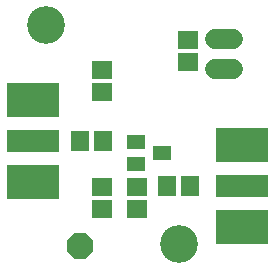
<source format=gbr>
G04 EAGLE Gerber RS-274X export*
G75*
%MOMM*%
%FSLAX34Y34*%
%LPD*%
%INSoldermask Top*%
%IPPOS*%
%AMOC8*
5,1,8,0,0,1.08239X$1,22.5*%
G01*
%ADD10C,3.203200*%
%ADD11R,1.503200X1.703200*%
%ADD12R,1.703200X1.503200*%
%ADD13R,1.603200X1.203200*%
%ADD14R,4.394200X1.981200*%
%ADD15R,4.394200X2.870200*%
%ADD16C,1.727200*%
%ADD17P,2.384722X8X22.500000*%


D10*
X32380Y215000D03*
X145000Y30000D03*
D11*
X61620Y116840D03*
X80620Y116840D03*
X154280Y78740D03*
X135280Y78740D03*
D12*
X80010Y177140D03*
X80010Y158140D03*
X80010Y78080D03*
X80010Y59080D03*
X109220Y78080D03*
X109220Y59080D03*
D13*
X130380Y106680D03*
X108380Y97180D03*
X108380Y116180D03*
D14*
X21154Y116840D03*
D15*
X21154Y151786D03*
X21154Y81894D03*
D14*
X198846Y78740D03*
D15*
X198846Y43794D03*
X198846Y113686D03*
D16*
X190500Y203200D02*
X175260Y203200D01*
X175260Y177800D02*
X190500Y177800D01*
D12*
X152400Y183540D03*
X152400Y202540D03*
D17*
X60960Y27940D03*
M02*

</source>
